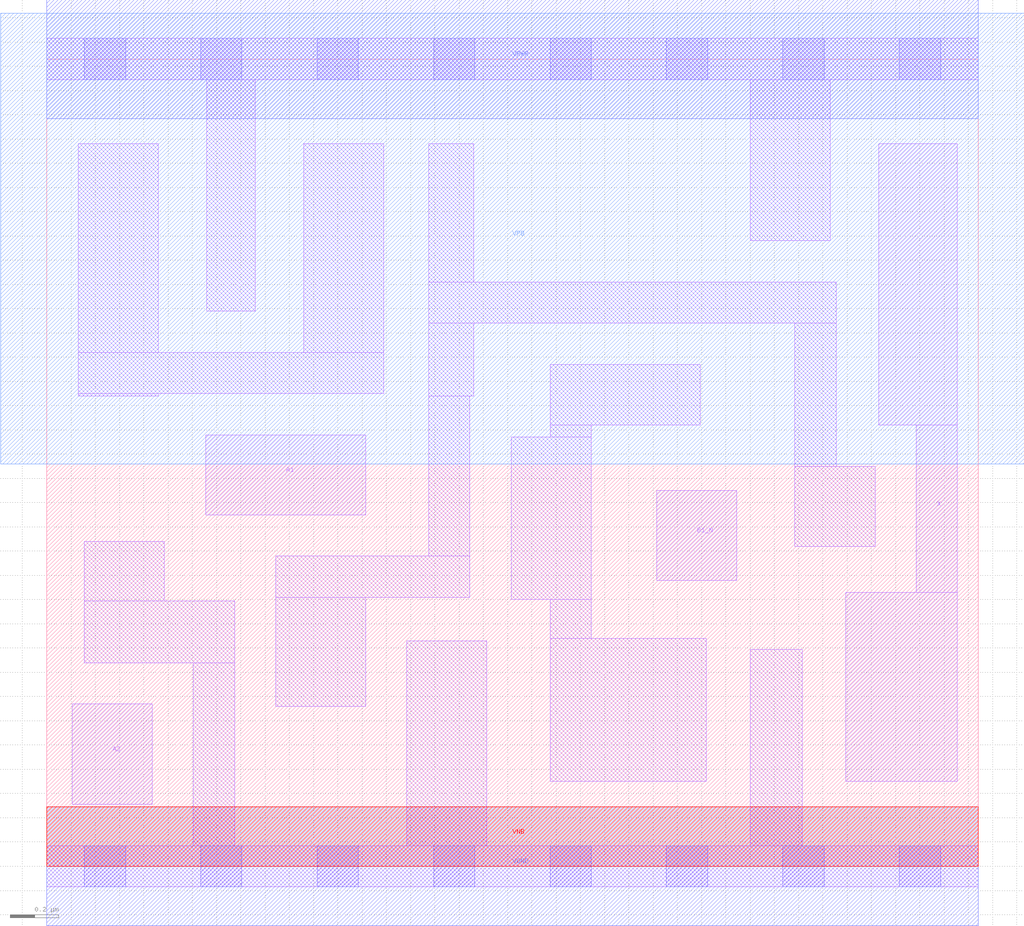
<source format=lef>
# Copyright 2020 The SkyWater PDK Authors
#
# Licensed under the Apache License, Version 2.0 (the "License");
# you may not use this file except in compliance with the License.
# You may obtain a copy of the License at
#
#     https://www.apache.org/licenses/LICENSE-2.0
#
# Unless required by applicable law or agreed to in writing, software
# distributed under the License is distributed on an "AS IS" BASIS,
# WITHOUT WARRANTIES OR CONDITIONS OF ANY KIND, either express or implied.
# See the License for the specific language governing permissions and
# limitations under the License.
#
# SPDX-License-Identifier: Apache-2.0

VERSION 5.7 ;
  NOWIREEXTENSIONATPIN ON ;
  DIVIDERCHAR "/" ;
  BUSBITCHARS "[]" ;
MACRO sky130_fd_sc_ls__a21bo_1
  CLASS CORE ;
  FOREIGN sky130_fd_sc_ls__a21bo_1 ;
  ORIGIN  0.000000  0.000000 ;
  SIZE  3.840000 BY  3.330000 ;
  SYMMETRY X Y ;
  SITE unit ;
  PIN A1
    ANTENNAGATEAREA  0.246000 ;
    DIRECTION INPUT ;
    USE SIGNAL ;
    PORT
      LAYER li1 ;
        RECT 0.655000 1.450000 1.315000 1.780000 ;
    END
  END A1
  PIN A2
    ANTENNAGATEAREA  0.246000 ;
    DIRECTION INPUT ;
    USE SIGNAL ;
    PORT
      LAYER li1 ;
        RECT 0.105000 0.255000 0.435000 0.670000 ;
    END
  END A2
  PIN B1_N
    ANTENNAGATEAREA  0.208500 ;
    DIRECTION INPUT ;
    USE SIGNAL ;
    PORT
      LAYER li1 ;
        RECT 2.515000 1.180000 2.845000 1.550000 ;
    END
  END B1_N
  PIN X
    ANTENNADIFFAREA  0.504100 ;
    DIRECTION OUTPUT ;
    USE SIGNAL ;
    PORT
      LAYER li1 ;
        RECT 3.295000 0.350000 3.755000 1.130000 ;
        RECT 3.430000 1.820000 3.755000 2.980000 ;
        RECT 3.585000 1.130000 3.755000 1.820000 ;
    END
  END X
  PIN VGND
    DIRECTION INOUT ;
    SHAPE ABUTMENT ;
    USE GROUND ;
    PORT
      LAYER met1 ;
        RECT 0.000000 -0.245000 3.840000 0.245000 ;
    END
  END VGND
  PIN VNB
    DIRECTION INOUT ;
    USE GROUND ;
    PORT
      LAYER pwell ;
        RECT 0.000000 0.000000 3.840000 0.245000 ;
    END
  END VNB
  PIN VPB
    DIRECTION INOUT ;
    USE POWER ;
    PORT
      LAYER nwell ;
        RECT -0.190000 1.660000 4.030000 3.520000 ;
    END
  END VPB
  PIN VPWR
    DIRECTION INOUT ;
    SHAPE ABUTMENT ;
    USE POWER ;
    PORT
      LAYER met1 ;
        RECT 0.000000 3.085000 3.840000 3.575000 ;
    END
  END VPWR
  OBS
    LAYER li1 ;
      RECT 0.000000 -0.085000 3.840000 0.085000 ;
      RECT 0.000000  3.245000 3.840000 3.415000 ;
      RECT 0.130000  1.940000 0.460000 1.950000 ;
      RECT 0.130000  1.950000 1.390000 2.120000 ;
      RECT 0.130000  2.120000 0.460000 2.980000 ;
      RECT 0.155000  0.840000 0.775000 1.095000 ;
      RECT 0.155000  1.095000 0.485000 1.340000 ;
      RECT 0.605000  0.085000 0.775000 0.840000 ;
      RECT 0.660000  2.290000 0.860000 3.245000 ;
      RECT 0.945000  0.660000 1.315000 1.110000 ;
      RECT 0.945000  1.110000 1.745000 1.280000 ;
      RECT 1.060000  2.120000 1.390000 2.980000 ;
      RECT 1.485000  0.085000 1.815000 0.930000 ;
      RECT 1.575000  1.280000 1.745000 1.940000 ;
      RECT 1.575000  1.940000 1.760000 2.240000 ;
      RECT 1.575000  2.240000 3.255000 2.410000 ;
      RECT 1.575000  2.410000 1.760000 2.980000 ;
      RECT 1.915000  1.100000 2.245000 1.770000 ;
      RECT 2.075000  0.350000 2.720000 0.940000 ;
      RECT 2.075000  0.940000 2.245000 1.100000 ;
      RECT 2.075000  1.770000 2.245000 1.820000 ;
      RECT 2.075000  1.820000 2.695000 2.070000 ;
      RECT 2.900000  0.085000 3.115000 0.895000 ;
      RECT 2.900000  2.580000 3.230000 3.245000 ;
      RECT 3.085000  1.320000 3.415000 1.650000 ;
      RECT 3.085000  1.650000 3.255000 2.240000 ;
    LAYER mcon ;
      RECT 0.155000 -0.085000 0.325000 0.085000 ;
      RECT 0.155000  3.245000 0.325000 3.415000 ;
      RECT 0.635000 -0.085000 0.805000 0.085000 ;
      RECT 0.635000  3.245000 0.805000 3.415000 ;
      RECT 1.115000 -0.085000 1.285000 0.085000 ;
      RECT 1.115000  3.245000 1.285000 3.415000 ;
      RECT 1.595000 -0.085000 1.765000 0.085000 ;
      RECT 1.595000  3.245000 1.765000 3.415000 ;
      RECT 2.075000 -0.085000 2.245000 0.085000 ;
      RECT 2.075000  3.245000 2.245000 3.415000 ;
      RECT 2.555000 -0.085000 2.725000 0.085000 ;
      RECT 2.555000  3.245000 2.725000 3.415000 ;
      RECT 3.035000 -0.085000 3.205000 0.085000 ;
      RECT 3.035000  3.245000 3.205000 3.415000 ;
      RECT 3.515000 -0.085000 3.685000 0.085000 ;
      RECT 3.515000  3.245000 3.685000 3.415000 ;
  END
END sky130_fd_sc_ls__a21bo_1
END LIBRARY

</source>
